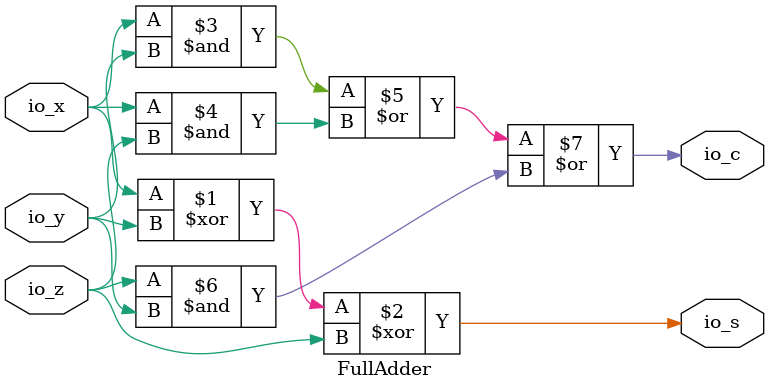
<source format=sv>
module FullAdder(	// src/main/scala/neuron/components/online_adder.scala:11:7
  input  io_x,	// src/main/scala/neuron/components/online_adder.scala:12:14
         io_y,	// src/main/scala/neuron/components/online_adder.scala:12:14
         io_z,	// src/main/scala/neuron/components/online_adder.scala:12:14
  output io_s,	// src/main/scala/neuron/components/online_adder.scala:12:14
         io_c	// src/main/scala/neuron/components/online_adder.scala:12:14
);

  assign io_s = io_x ^ io_y ^ io_z;	// src/main/scala/neuron/components/online_adder.scala:11:7, :20:23
  assign io_c = io_x & io_y | io_x & io_z | io_z & io_y;	// src/main/scala/neuron/components/online_adder.scala:11:7, :21:{17,33,41,49}
endmodule


</source>
